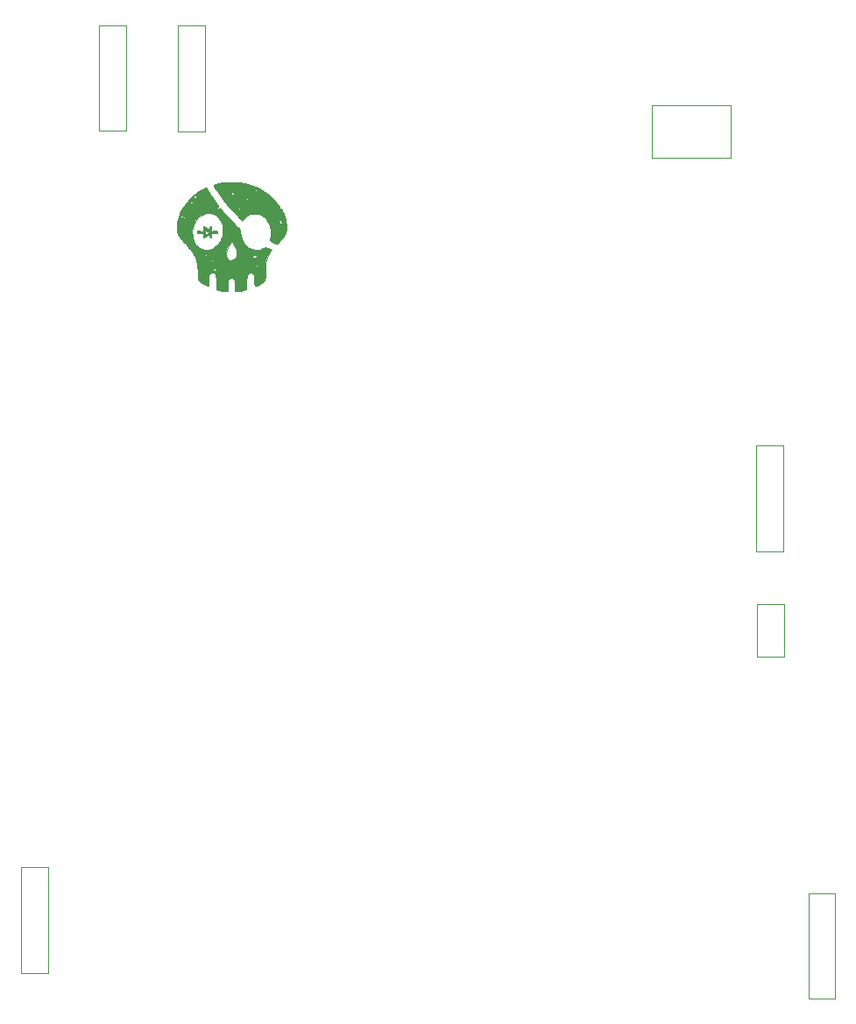
<source format=gbr>
%TF.GenerationSoftware,KiCad,Pcbnew,(6.0.7)*%
%TF.CreationDate,2022-12-29T16:14:02-06:00*%
%TF.ProjectId,DevBoard_Addon,44657642-6f61-4726-945f-4164646f6e2e,0b*%
%TF.SameCoordinates,Original*%
%TF.FileFunction,Legend,Top*%
%TF.FilePolarity,Positive*%
%FSLAX46Y46*%
G04 Gerber Fmt 4.6, Leading zero omitted, Abs format (unit mm)*
G04 Created by KiCad (PCBNEW (6.0.7)) date 2022-12-29 16:14:02*
%MOMM*%
%LPD*%
G01*
G04 APERTURE LIST*
%ADD10C,0.120000*%
%ADD11C,0.150000*%
%ADD12C,0.010000*%
G04 APERTURE END LIST*
D10*
X123680000Y-41320000D02*
X126280000Y-41320000D01*
X126280000Y-41320000D02*
X126280000Y-31100000D01*
X126280000Y-31100000D02*
X123680000Y-31100000D01*
X123680000Y-31100000D02*
X123680000Y-41320000D01*
X177060000Y-38770000D02*
X169430000Y-38770000D01*
X169430000Y-38770000D02*
X169430000Y-43880000D01*
X169430000Y-43880000D02*
X177060000Y-43880000D01*
X177060000Y-43880000D02*
X177060000Y-38770000D01*
X187180000Y-114900000D02*
X184580000Y-114900000D01*
X184580000Y-114900000D02*
X184580000Y-125120000D01*
X184580000Y-125120000D02*
X187180000Y-125120000D01*
X187180000Y-125120000D02*
X187180000Y-114900000D01*
X182150000Y-71690000D02*
X179550000Y-71690000D01*
X179550000Y-71690000D02*
X179550000Y-81910000D01*
X179550000Y-81910000D02*
X182150000Y-81910000D01*
X182150000Y-81910000D02*
X182150000Y-71690000D01*
X182200000Y-92090000D02*
X179600000Y-92090000D01*
X179600000Y-92090000D02*
X179600000Y-87010000D01*
X179600000Y-87010000D02*
X182200000Y-87010000D01*
X182200000Y-87010000D02*
X182200000Y-92090000D01*
X116040000Y-41290000D02*
X118640000Y-41290000D01*
X118640000Y-41290000D02*
X118640000Y-31070000D01*
X118640000Y-31070000D02*
X116040000Y-31070000D01*
X116040000Y-31070000D02*
X116040000Y-41290000D01*
X108490000Y-122610000D02*
X111090000Y-122610000D01*
X111090000Y-122610000D02*
X111090000Y-112390000D01*
X111090000Y-112390000D02*
X108490000Y-112390000D01*
X108490000Y-112390000D02*
X108490000Y-122610000D01*
D11*
%TO.C,*%
%TO.C,G\u002A\u002A\u002A*%
G36*
X132624791Y-50845129D02*
G01*
X132544802Y-50489496D01*
X132521835Y-50434157D01*
X133934486Y-50434157D01*
X133954025Y-50453695D01*
X133973563Y-50434157D01*
X133954025Y-50414618D01*
X133934486Y-50434157D01*
X132521835Y-50434157D01*
X132404241Y-50150824D01*
X132207290Y-49843969D01*
X132094546Y-49716561D01*
X133217286Y-49716561D01*
X133221886Y-49755584D01*
X133269753Y-49841971D01*
X133360083Y-49970374D01*
X133368041Y-49980884D01*
X133484936Y-50117838D01*
X133582494Y-50199438D01*
X133654347Y-50222679D01*
X133685122Y-50193182D01*
X133791204Y-50193182D01*
X133796568Y-50216414D01*
X133817255Y-50219234D01*
X133849420Y-50204936D01*
X133843307Y-50193182D01*
X133796931Y-50188506D01*
X133791204Y-50193182D01*
X133685122Y-50193182D01*
X133694124Y-50184555D01*
X133700025Y-50137574D01*
X133670790Y-50057578D01*
X133601922Y-49973833D01*
X133521674Y-49916832D01*
X133487240Y-49907918D01*
X133437400Y-49882183D01*
X133360521Y-49820091D01*
X133341109Y-49802006D01*
X133256758Y-49730252D01*
X133217286Y-49716561D01*
X132094546Y-49716561D01*
X132059937Y-49677451D01*
X132017502Y-49640132D01*
X133351927Y-49640132D01*
X133379924Y-49667261D01*
X133387409Y-49672157D01*
X133446210Y-49706278D01*
X133464335Y-49696130D01*
X133465563Y-49672157D01*
X133433343Y-49639313D01*
X133397178Y-49633678D01*
X133351927Y-49640132D01*
X132017502Y-49640132D01*
X131921905Y-49556061D01*
X131762115Y-49438552D01*
X131665734Y-49379080D01*
X131560644Y-49324582D01*
X131469368Y-49290172D01*
X131368434Y-49271287D01*
X131234366Y-49263369D01*
X131062332Y-49261849D01*
X130876670Y-49263812D01*
X130746957Y-49272436D01*
X130651030Y-49291827D01*
X130566726Y-49326089D01*
X130491815Y-49367519D01*
X130375648Y-49449684D01*
X130237332Y-49567547D01*
X130104994Y-49696973D01*
X130093339Y-49709442D01*
X129988151Y-49818562D01*
X129900760Y-49900995D01*
X129845998Y-49943018D01*
X129838026Y-49945695D01*
X129796873Y-49918140D01*
X129712461Y-49841679D01*
X129593679Y-49725615D01*
X129449416Y-49579252D01*
X129288560Y-49411896D01*
X129120003Y-49232849D01*
X128952631Y-49051418D01*
X128795336Y-48876905D01*
X128687500Y-48753508D01*
X129471482Y-48753508D01*
X129483491Y-48824251D01*
X129488850Y-48836442D01*
X129523232Y-48895677D01*
X129565146Y-48897518D01*
X129622881Y-48863296D01*
X129685620Y-48814881D01*
X129687307Y-48774501D01*
X129652751Y-48731203D01*
X129589382Y-48684162D01*
X129523622Y-48701349D01*
X129518719Y-48704349D01*
X129471482Y-48753508D01*
X128687500Y-48753508D01*
X128657006Y-48718615D01*
X128623835Y-48679294D01*
X131045708Y-48679294D01*
X131059667Y-48711622D01*
X131104200Y-48751058D01*
X131168010Y-48787249D01*
X131196187Y-48789327D01*
X131182228Y-48757000D01*
X131137695Y-48717563D01*
X131073886Y-48681372D01*
X131045708Y-48679294D01*
X128623835Y-48679294D01*
X128591532Y-48641003D01*
X128540335Y-48578003D01*
X132996640Y-48578003D01*
X133010938Y-48610168D01*
X133022691Y-48604054D01*
X133027368Y-48557679D01*
X133022691Y-48551952D01*
X132999460Y-48557316D01*
X132996640Y-48578003D01*
X128540335Y-48578003D01*
X128429189Y-48441234D01*
X128698178Y-48441234D01*
X128717717Y-48460772D01*
X128737255Y-48441234D01*
X128717717Y-48421695D01*
X128698178Y-48441234D01*
X128429189Y-48441234D01*
X128392504Y-48396092D01*
X128336103Y-48324209D01*
X130822166Y-48324209D01*
X130824376Y-48410317D01*
X130826622Y-48417762D01*
X130866063Y-48488964D01*
X130919298Y-48484543D01*
X130968149Y-48437005D01*
X130997903Y-48381535D01*
X130965220Y-48334567D01*
X130945727Y-48319628D01*
X130867499Y-48289956D01*
X130822166Y-48324209D01*
X128336103Y-48324209D01*
X128305281Y-48284926D01*
X133192025Y-48284926D01*
X133211563Y-48304464D01*
X133231101Y-48284926D01*
X133211563Y-48265388D01*
X133192025Y-48284926D01*
X128305281Y-48284926D01*
X128188916Y-48136620D01*
X128150274Y-48085857D01*
X130546386Y-48085857D01*
X130573871Y-48109080D01*
X130636223Y-48144226D01*
X130644530Y-48130989D01*
X130639647Y-48122105D01*
X131446589Y-48122105D01*
X131451953Y-48145337D01*
X131472640Y-48148157D01*
X131504805Y-48133859D01*
X131498691Y-48122105D01*
X131452316Y-48117429D01*
X131446589Y-48122105D01*
X130639647Y-48122105D01*
X130632486Y-48109080D01*
X130575417Y-48071927D01*
X130561795Y-48070601D01*
X130546386Y-48085857D01*
X128150274Y-48085857D01*
X128017912Y-47911977D01*
X129094518Y-47911977D01*
X129107273Y-47950810D01*
X129156041Y-47974699D01*
X129173206Y-47968537D01*
X129189653Y-47927108D01*
X129171158Y-47902121D01*
X129118622Y-47879738D01*
X129094518Y-47911977D01*
X128017912Y-47911977D01*
X127986607Y-47870854D01*
X127959701Y-47834492D01*
X130231338Y-47834492D01*
X130273596Y-47883950D01*
X130281257Y-47889663D01*
X130357765Y-47922700D01*
X130422756Y-47917593D01*
X130449225Y-47878736D01*
X130446196Y-47862826D01*
X130394900Y-47795193D01*
X130318939Y-47766188D01*
X130254662Y-47787427D01*
X130231338Y-47834492D01*
X127959701Y-47834492D01*
X127847539Y-47682914D01*
X128543766Y-47682914D01*
X128556306Y-47738641D01*
X128595807Y-47779755D01*
X128621646Y-47775924D01*
X128639441Y-47732145D01*
X128616354Y-47694349D01*
X128564667Y-47655710D01*
X128543766Y-47682914D01*
X127847539Y-47682914D01*
X127791412Y-47607063D01*
X127744980Y-47542464D01*
X128502794Y-47542464D01*
X128522332Y-47562003D01*
X128541871Y-47542464D01*
X128522332Y-47522926D01*
X128502794Y-47542464D01*
X127744980Y-47542464D01*
X127701282Y-47481668D01*
X131646160Y-47481668D01*
X131656061Y-47497937D01*
X131712786Y-47521709D01*
X131745044Y-47479883D01*
X131746178Y-47464311D01*
X131726301Y-47412290D01*
X131709408Y-47405695D01*
X131658380Y-47431551D01*
X131646160Y-47481668D01*
X127701282Y-47481668D01*
X127609169Y-47353517D01*
X127595361Y-47333662D01*
X128789389Y-47333662D01*
X128801278Y-47386157D01*
X128856254Y-47436267D01*
X128945231Y-47436552D01*
X129005059Y-47410066D01*
X129037677Y-47366999D01*
X129014874Y-47296105D01*
X129013453Y-47293434D01*
X128946781Y-47224864D01*
X128871408Y-47215619D01*
X128811042Y-47255338D01*
X128789389Y-47333662D01*
X127595361Y-47333662D01*
X127517216Y-47221296D01*
X128063258Y-47221296D01*
X128099337Y-47269031D01*
X128104723Y-47273042D01*
X128174750Y-47301061D01*
X128231980Y-47291587D01*
X128249159Y-47252041D01*
X128242485Y-47235524D01*
X128183269Y-47144770D01*
X128139230Y-47119594D01*
X128096480Y-47153025D01*
X128091447Y-47159725D01*
X128063258Y-47221296D01*
X127517216Y-47221296D01*
X127445715Y-47118485D01*
X127340537Y-46960712D01*
X127812842Y-46960712D01*
X127818948Y-46975849D01*
X127854062Y-47013128D01*
X127860331Y-47014926D01*
X127877115Y-46984692D01*
X127877563Y-46975849D01*
X127863512Y-46958274D01*
X131018692Y-46958274D01*
X131043865Y-47027331D01*
X131064762Y-47051041D01*
X131147695Y-47110479D01*
X131204341Y-47097432D01*
X131230459Y-47026728D01*
X131213287Y-46954623D01*
X131152980Y-46923607D01*
X131058288Y-46919041D01*
X131018692Y-46958274D01*
X127863512Y-46958274D01*
X127847522Y-46938274D01*
X127836180Y-46936772D01*
X127812842Y-46960712D01*
X127340537Y-46960712D01*
X127306886Y-46910235D01*
X127198519Y-46737035D01*
X127126452Y-46607156D01*
X127096520Y-46528866D01*
X127096024Y-46522371D01*
X127099697Y-46491885D01*
X127118224Y-46467144D01*
X127162870Y-46444427D01*
X127244900Y-46420010D01*
X127375578Y-46390173D01*
X127566169Y-46351193D01*
X127686227Y-46327353D01*
X127871983Y-46291620D01*
X128026413Y-46265723D01*
X128167400Y-46248543D01*
X128312826Y-46238956D01*
X128480575Y-46235843D01*
X128688530Y-46238081D01*
X128954575Y-46244550D01*
X128990879Y-46245547D01*
X129300551Y-46255768D01*
X129552162Y-46269319D01*
X129765802Y-46289167D01*
X129961564Y-46318278D01*
X130159539Y-46359617D01*
X130379817Y-46416152D01*
X130632271Y-46487868D01*
X131150993Y-46675381D01*
X131665494Y-46931399D01*
X132160775Y-47247020D01*
X132621836Y-47613340D01*
X132789085Y-47767976D01*
X133050715Y-48029827D01*
X133252706Y-48252161D01*
X133394005Y-48433623D01*
X133473560Y-48572855D01*
X133490321Y-48668500D01*
X133489569Y-48671807D01*
X133482887Y-48760743D01*
X133514050Y-48794772D01*
X133565828Y-48771253D01*
X133600231Y-48767916D01*
X133645712Y-48815311D01*
X133709056Y-48922047D01*
X133755038Y-49011303D01*
X133821896Y-49156176D01*
X133871466Y-49284991D01*
X133894713Y-49373734D01*
X133895409Y-49384330D01*
X133908355Y-49455234D01*
X133931354Y-49476772D01*
X133961392Y-49513167D01*
X133995564Y-49612281D01*
X134030853Y-49759006D01*
X134064239Y-49938235D01*
X134092704Y-50134861D01*
X134113227Y-50333777D01*
X134118767Y-50414618D01*
X134117277Y-50747690D01*
X134074936Y-51042404D01*
X133994094Y-51286624D01*
X133927046Y-51405374D01*
X133863929Y-51486069D01*
X133762552Y-51604317D01*
X133639081Y-51741582D01*
X133556048Y-51830728D01*
X133438625Y-51958456D01*
X133344587Y-52067422D01*
X133285201Y-52144148D01*
X133270178Y-52172652D01*
X133244180Y-52206804D01*
X133164005Y-52198693D01*
X133026380Y-52147430D01*
X132830563Y-52053423D01*
X132677035Y-51972471D01*
X132583617Y-51907474D01*
X132540829Y-51838811D01*
X132539194Y-51746863D01*
X132569233Y-51612008D01*
X132586332Y-51547849D01*
X132616743Y-51352464D01*
X133700025Y-51352464D01*
X133729761Y-51390406D01*
X133739101Y-51391541D01*
X133777043Y-51361805D01*
X133778178Y-51352464D01*
X133748442Y-51314523D01*
X133739101Y-51313388D01*
X133701160Y-51343124D01*
X133700025Y-51352464D01*
X132616743Y-51352464D01*
X132640029Y-51202865D01*
X132624791Y-50845129D01*
G37*
D12*
X132624791Y-50845129D02*
X132544802Y-50489496D01*
X132521835Y-50434157D01*
X133934486Y-50434157D01*
X133954025Y-50453695D01*
X133973563Y-50434157D01*
X133954025Y-50414618D01*
X133934486Y-50434157D01*
X132521835Y-50434157D01*
X132404241Y-50150824D01*
X132207290Y-49843969D01*
X132094546Y-49716561D01*
X133217286Y-49716561D01*
X133221886Y-49755584D01*
X133269753Y-49841971D01*
X133360083Y-49970374D01*
X133368041Y-49980884D01*
X133484936Y-50117838D01*
X133582494Y-50199438D01*
X133654347Y-50222679D01*
X133685122Y-50193182D01*
X133791204Y-50193182D01*
X133796568Y-50216414D01*
X133817255Y-50219234D01*
X133849420Y-50204936D01*
X133843307Y-50193182D01*
X133796931Y-50188506D01*
X133791204Y-50193182D01*
X133685122Y-50193182D01*
X133694124Y-50184555D01*
X133700025Y-50137574D01*
X133670790Y-50057578D01*
X133601922Y-49973833D01*
X133521674Y-49916832D01*
X133487240Y-49907918D01*
X133437400Y-49882183D01*
X133360521Y-49820091D01*
X133341109Y-49802006D01*
X133256758Y-49730252D01*
X133217286Y-49716561D01*
X132094546Y-49716561D01*
X132059937Y-49677451D01*
X132017502Y-49640132D01*
X133351927Y-49640132D01*
X133379924Y-49667261D01*
X133387409Y-49672157D01*
X133446210Y-49706278D01*
X133464335Y-49696130D01*
X133465563Y-49672157D01*
X133433343Y-49639313D01*
X133397178Y-49633678D01*
X133351927Y-49640132D01*
X132017502Y-49640132D01*
X131921905Y-49556061D01*
X131762115Y-49438552D01*
X131665734Y-49379080D01*
X131560644Y-49324582D01*
X131469368Y-49290172D01*
X131368434Y-49271287D01*
X131234366Y-49263369D01*
X131062332Y-49261849D01*
X130876670Y-49263812D01*
X130746957Y-49272436D01*
X130651030Y-49291827D01*
X130566726Y-49326089D01*
X130491815Y-49367519D01*
X130375648Y-49449684D01*
X130237332Y-49567547D01*
X130104994Y-49696973D01*
X130093339Y-49709442D01*
X129988151Y-49818562D01*
X129900760Y-49900995D01*
X129845998Y-49943018D01*
X129838026Y-49945695D01*
X129796873Y-49918140D01*
X129712461Y-49841679D01*
X129593679Y-49725615D01*
X129449416Y-49579252D01*
X129288560Y-49411896D01*
X129120003Y-49232849D01*
X128952631Y-49051418D01*
X128795336Y-48876905D01*
X128687500Y-48753508D01*
X129471482Y-48753508D01*
X129483491Y-48824251D01*
X129488850Y-48836442D01*
X129523232Y-48895677D01*
X129565146Y-48897518D01*
X129622881Y-48863296D01*
X129685620Y-48814881D01*
X129687307Y-48774501D01*
X129652751Y-48731203D01*
X129589382Y-48684162D01*
X129523622Y-48701349D01*
X129518719Y-48704349D01*
X129471482Y-48753508D01*
X128687500Y-48753508D01*
X128657006Y-48718615D01*
X128623835Y-48679294D01*
X131045708Y-48679294D01*
X131059667Y-48711622D01*
X131104200Y-48751058D01*
X131168010Y-48787249D01*
X131196187Y-48789327D01*
X131182228Y-48757000D01*
X131137695Y-48717563D01*
X131073886Y-48681372D01*
X131045708Y-48679294D01*
X128623835Y-48679294D01*
X128591532Y-48641003D01*
X128540335Y-48578003D01*
X132996640Y-48578003D01*
X133010938Y-48610168D01*
X133022691Y-48604054D01*
X133027368Y-48557679D01*
X133022691Y-48551952D01*
X132999460Y-48557316D01*
X132996640Y-48578003D01*
X128540335Y-48578003D01*
X128429189Y-48441234D01*
X128698178Y-48441234D01*
X128717717Y-48460772D01*
X128737255Y-48441234D01*
X128717717Y-48421695D01*
X128698178Y-48441234D01*
X128429189Y-48441234D01*
X128392504Y-48396092D01*
X128336103Y-48324209D01*
X130822166Y-48324209D01*
X130824376Y-48410317D01*
X130826622Y-48417762D01*
X130866063Y-48488964D01*
X130919298Y-48484543D01*
X130968149Y-48437005D01*
X130997903Y-48381535D01*
X130965220Y-48334567D01*
X130945727Y-48319628D01*
X130867499Y-48289956D01*
X130822166Y-48324209D01*
X128336103Y-48324209D01*
X128305281Y-48284926D01*
X133192025Y-48284926D01*
X133211563Y-48304464D01*
X133231101Y-48284926D01*
X133211563Y-48265388D01*
X133192025Y-48284926D01*
X128305281Y-48284926D01*
X128188916Y-48136620D01*
X128150274Y-48085857D01*
X130546386Y-48085857D01*
X130573871Y-48109080D01*
X130636223Y-48144226D01*
X130644530Y-48130989D01*
X130639647Y-48122105D01*
X131446589Y-48122105D01*
X131451953Y-48145337D01*
X131472640Y-48148157D01*
X131504805Y-48133859D01*
X131498691Y-48122105D01*
X131452316Y-48117429D01*
X131446589Y-48122105D01*
X130639647Y-48122105D01*
X130632486Y-48109080D01*
X130575417Y-48071927D01*
X130561795Y-48070601D01*
X130546386Y-48085857D01*
X128150274Y-48085857D01*
X128017912Y-47911977D01*
X129094518Y-47911977D01*
X129107273Y-47950810D01*
X129156041Y-47974699D01*
X129173206Y-47968537D01*
X129189653Y-47927108D01*
X129171158Y-47902121D01*
X129118622Y-47879738D01*
X129094518Y-47911977D01*
X128017912Y-47911977D01*
X127986607Y-47870854D01*
X127959701Y-47834492D01*
X130231338Y-47834492D01*
X130273596Y-47883950D01*
X130281257Y-47889663D01*
X130357765Y-47922700D01*
X130422756Y-47917593D01*
X130449225Y-47878736D01*
X130446196Y-47862826D01*
X130394900Y-47795193D01*
X130318939Y-47766188D01*
X130254662Y-47787427D01*
X130231338Y-47834492D01*
X127959701Y-47834492D01*
X127847539Y-47682914D01*
X128543766Y-47682914D01*
X128556306Y-47738641D01*
X128595807Y-47779755D01*
X128621646Y-47775924D01*
X128639441Y-47732145D01*
X128616354Y-47694349D01*
X128564667Y-47655710D01*
X128543766Y-47682914D01*
X127847539Y-47682914D01*
X127791412Y-47607063D01*
X127744980Y-47542464D01*
X128502794Y-47542464D01*
X128522332Y-47562003D01*
X128541871Y-47542464D01*
X128522332Y-47522926D01*
X128502794Y-47542464D01*
X127744980Y-47542464D01*
X127701282Y-47481668D01*
X131646160Y-47481668D01*
X131656061Y-47497937D01*
X131712786Y-47521709D01*
X131745044Y-47479883D01*
X131746178Y-47464311D01*
X131726301Y-47412290D01*
X131709408Y-47405695D01*
X131658380Y-47431551D01*
X131646160Y-47481668D01*
X127701282Y-47481668D01*
X127609169Y-47353517D01*
X127595361Y-47333662D01*
X128789389Y-47333662D01*
X128801278Y-47386157D01*
X128856254Y-47436267D01*
X128945231Y-47436552D01*
X129005059Y-47410066D01*
X129037677Y-47366999D01*
X129014874Y-47296105D01*
X129013453Y-47293434D01*
X128946781Y-47224864D01*
X128871408Y-47215619D01*
X128811042Y-47255338D01*
X128789389Y-47333662D01*
X127595361Y-47333662D01*
X127517216Y-47221296D01*
X128063258Y-47221296D01*
X128099337Y-47269031D01*
X128104723Y-47273042D01*
X128174750Y-47301061D01*
X128231980Y-47291587D01*
X128249159Y-47252041D01*
X128242485Y-47235524D01*
X128183269Y-47144770D01*
X128139230Y-47119594D01*
X128096480Y-47153025D01*
X128091447Y-47159725D01*
X128063258Y-47221296D01*
X127517216Y-47221296D01*
X127445715Y-47118485D01*
X127340537Y-46960712D01*
X127812842Y-46960712D01*
X127818948Y-46975849D01*
X127854062Y-47013128D01*
X127860331Y-47014926D01*
X127877115Y-46984692D01*
X127877563Y-46975849D01*
X127863512Y-46958274D01*
X131018692Y-46958274D01*
X131043865Y-47027331D01*
X131064762Y-47051041D01*
X131147695Y-47110479D01*
X131204341Y-47097432D01*
X131230459Y-47026728D01*
X131213287Y-46954623D01*
X131152980Y-46923607D01*
X131058288Y-46919041D01*
X131018692Y-46958274D01*
X127863512Y-46958274D01*
X127847522Y-46938274D01*
X127836180Y-46936772D01*
X127812842Y-46960712D01*
X127340537Y-46960712D01*
X127306886Y-46910235D01*
X127198519Y-46737035D01*
X127126452Y-46607156D01*
X127096520Y-46528866D01*
X127096024Y-46522371D01*
X127099697Y-46491885D01*
X127118224Y-46467144D01*
X127162870Y-46444427D01*
X127244900Y-46420010D01*
X127375578Y-46390173D01*
X127566169Y-46351193D01*
X127686227Y-46327353D01*
X127871983Y-46291620D01*
X128026413Y-46265723D01*
X128167400Y-46248543D01*
X128312826Y-46238956D01*
X128480575Y-46235843D01*
X128688530Y-46238081D01*
X128954575Y-46244550D01*
X128990879Y-46245547D01*
X129300551Y-46255768D01*
X129552162Y-46269319D01*
X129765802Y-46289167D01*
X129961564Y-46318278D01*
X130159539Y-46359617D01*
X130379817Y-46416152D01*
X130632271Y-46487868D01*
X131150993Y-46675381D01*
X131665494Y-46931399D01*
X132160775Y-47247020D01*
X132621836Y-47613340D01*
X132789085Y-47767976D01*
X133050715Y-48029827D01*
X133252706Y-48252161D01*
X133394005Y-48433623D01*
X133473560Y-48572855D01*
X133490321Y-48668500D01*
X133489569Y-48671807D01*
X133482887Y-48760743D01*
X133514050Y-48794772D01*
X133565828Y-48771253D01*
X133600231Y-48767916D01*
X133645712Y-48815311D01*
X133709056Y-48922047D01*
X133755038Y-49011303D01*
X133821896Y-49156176D01*
X133871466Y-49284991D01*
X133894713Y-49373734D01*
X133895409Y-49384330D01*
X133908355Y-49455234D01*
X133931354Y-49476772D01*
X133961392Y-49513167D01*
X133995564Y-49612281D01*
X134030853Y-49759006D01*
X134064239Y-49938235D01*
X134092704Y-50134861D01*
X134113227Y-50333777D01*
X134118767Y-50414618D01*
X134117277Y-50747690D01*
X134074936Y-51042404D01*
X133994094Y-51286624D01*
X133927046Y-51405374D01*
X133863929Y-51486069D01*
X133762552Y-51604317D01*
X133639081Y-51741582D01*
X133556048Y-51830728D01*
X133438625Y-51958456D01*
X133344587Y-52067422D01*
X133285201Y-52144148D01*
X133270178Y-52172652D01*
X133244180Y-52206804D01*
X133164005Y-52198693D01*
X133026380Y-52147430D01*
X132830563Y-52053423D01*
X132677035Y-51972471D01*
X132583617Y-51907474D01*
X132540829Y-51838811D01*
X132539194Y-51746863D01*
X132569233Y-51612008D01*
X132586332Y-51547849D01*
X132616743Y-51352464D01*
X133700025Y-51352464D01*
X133729761Y-51390406D01*
X133739101Y-51391541D01*
X133777043Y-51361805D01*
X133778178Y-51352464D01*
X133748442Y-51314523D01*
X133739101Y-51313388D01*
X133701160Y-51343124D01*
X133700025Y-51352464D01*
X132616743Y-51352464D01*
X132640029Y-51202865D01*
X132624791Y-50845129D01*
G36*
X125513409Y-50942157D02*
G01*
X126080025Y-50970019D01*
X126080025Y-50749708D01*
X126087797Y-50608482D01*
X126116746Y-50529585D01*
X126175318Y-50511078D01*
X126271961Y-50551019D01*
X126415121Y-50647468D01*
X126441181Y-50666727D01*
X126685717Y-50848810D01*
X126705255Y-50680560D01*
X126725083Y-50571817D01*
X126758325Y-50522199D01*
X126802948Y-50512311D01*
X126847611Y-50522172D01*
X126873415Y-50563631D01*
X126887326Y-50654496D01*
X126892983Y-50742456D01*
X126904865Y-50972602D01*
X127153445Y-50949389D01*
X127300445Y-50940250D01*
X127390351Y-50948458D01*
X127442786Y-50976437D01*
X127451912Y-50986288D01*
X127480711Y-51060753D01*
X127460482Y-51111509D01*
X127421912Y-51147163D01*
X127351969Y-51164244D01*
X127231702Y-51165990D01*
X127159902Y-51162838D01*
X126900640Y-51149058D01*
X126900640Y-51343669D01*
X126887583Y-51486264D01*
X126852309Y-51576637D01*
X126800659Y-51605618D01*
X126751218Y-51578181D01*
X126719117Y-51509200D01*
X126705268Y-51406322D01*
X126705255Y-51403264D01*
X126700094Y-51315960D01*
X126687499Y-51274788D01*
X126685827Y-51274311D01*
X126647292Y-51295841D01*
X126563056Y-51352795D01*
X126449949Y-51433714D01*
X126427528Y-51450157D01*
X126294674Y-51546075D01*
X126209135Y-51600797D01*
X126156487Y-51621046D01*
X126122303Y-51613543D01*
X126106076Y-51599952D01*
X126091549Y-51549167D01*
X126082092Y-51446537D01*
X126080025Y-51361932D01*
X126080025Y-51149963D01*
X125835794Y-51158016D01*
X125670308Y-51162709D01*
X125568434Y-51160327D01*
X125515666Y-51146172D01*
X125497500Y-51115548D01*
X125499428Y-51063757D01*
X125500033Y-51058456D01*
X126275409Y-51058456D01*
X126278191Y-51198925D01*
X126294453Y-51272263D01*
X126336072Y-51282721D01*
X126414925Y-51234552D01*
X126524034Y-51147463D01*
X126635890Y-51055829D01*
X126504496Y-50957147D01*
X126386280Y-50870114D01*
X126317860Y-50834801D01*
X126285631Y-50857222D01*
X126275994Y-50943394D01*
X126275409Y-51058456D01*
X125500033Y-51058456D01*
X125501044Y-51049618D01*
X125513409Y-50942157D01*
G37*
X125513409Y-50942157D02*
X126080025Y-50970019D01*
X126080025Y-50749708D01*
X126087797Y-50608482D01*
X126116746Y-50529585D01*
X126175318Y-50511078D01*
X126271961Y-50551019D01*
X126415121Y-50647468D01*
X126441181Y-50666727D01*
X126685717Y-50848810D01*
X126705255Y-50680560D01*
X126725083Y-50571817D01*
X126758325Y-50522199D01*
X126802948Y-50512311D01*
X126847611Y-50522172D01*
X126873415Y-50563631D01*
X126887326Y-50654496D01*
X126892983Y-50742456D01*
X126904865Y-50972602D01*
X127153445Y-50949389D01*
X127300445Y-50940250D01*
X127390351Y-50948458D01*
X127442786Y-50976437D01*
X127451912Y-50986288D01*
X127480711Y-51060753D01*
X127460482Y-51111509D01*
X127421912Y-51147163D01*
X127351969Y-51164244D01*
X127231702Y-51165990D01*
X127159902Y-51162838D01*
X126900640Y-51149058D01*
X126900640Y-51343669D01*
X126887583Y-51486264D01*
X126852309Y-51576637D01*
X126800659Y-51605618D01*
X126751218Y-51578181D01*
X126719117Y-51509200D01*
X126705268Y-51406322D01*
X126705255Y-51403264D01*
X126700094Y-51315960D01*
X126687499Y-51274788D01*
X126685827Y-51274311D01*
X126647292Y-51295841D01*
X126563056Y-51352795D01*
X126449949Y-51433714D01*
X126427528Y-51450157D01*
X126294674Y-51546075D01*
X126209135Y-51600797D01*
X126156487Y-51621046D01*
X126122303Y-51613543D01*
X126106076Y-51599952D01*
X126091549Y-51549167D01*
X126082092Y-51446537D01*
X126080025Y-51361932D01*
X126080025Y-51149963D01*
X125835794Y-51158016D01*
X125670308Y-51162709D01*
X125568434Y-51160327D01*
X125515666Y-51146172D01*
X125497500Y-51115548D01*
X125499428Y-51063757D01*
X125500033Y-51058456D01*
X126275409Y-51058456D01*
X126278191Y-51198925D01*
X126294453Y-51272263D01*
X126336072Y-51282721D01*
X126414925Y-51234552D01*
X126524034Y-51147463D01*
X126635890Y-51055829D01*
X126504496Y-50957147D01*
X126386280Y-50870114D01*
X126317860Y-50834801D01*
X126285631Y-50857222D01*
X126275994Y-50943394D01*
X126275409Y-51058456D01*
X125500033Y-51058456D01*
X125501044Y-51049618D01*
X125513409Y-50942157D01*
G36*
X130548958Y-55014926D02*
G01*
X130422706Y-55096181D01*
X130351919Y-55190093D01*
X130325260Y-55250919D01*
X130306188Y-55327811D01*
X130293496Y-55434053D01*
X130285977Y-55582925D01*
X130282425Y-55787712D01*
X130281663Y-55963541D01*
X130280794Y-56608311D01*
X129890025Y-56696431D01*
X129705870Y-56733499D01*
X129532349Y-56760649D01*
X129394877Y-56774250D01*
X129342948Y-56774585D01*
X129186640Y-56764618D01*
X129185439Y-56274900D01*
X129183227Y-56061143D01*
X129176383Y-55908746D01*
X129162756Y-55800956D01*
X129140196Y-55721016D01*
X129106553Y-55652175D01*
X129105221Y-55649884D01*
X128998731Y-55527634D01*
X128868924Y-55466220D01*
X128733731Y-55467232D01*
X128611083Y-55532258D01*
X128552134Y-55600883D01*
X128522606Y-55660768D01*
X128501279Y-55745320D01*
X128486379Y-55868427D01*
X128476129Y-56043973D01*
X128469739Y-56245031D01*
X128456222Y-56784157D01*
X128293893Y-56781050D01*
X128162716Y-56770451D01*
X128000106Y-56746566D01*
X127897101Y-56726487D01*
X127743869Y-56691889D01*
X127599204Y-56657646D01*
X127525871Y-56639285D01*
X127389101Y-56603539D01*
X127366296Y-55958259D01*
X127355671Y-55701720D01*
X127343425Y-55509738D01*
X127327893Y-55368719D01*
X127307414Y-55265066D01*
X127280323Y-55185184D01*
X127268603Y-55159568D01*
X127212178Y-55061080D01*
X127149855Y-55013910D01*
X127049392Y-54995794D01*
X127029133Y-54994214D01*
X126880450Y-54997605D01*
X126767470Y-55037281D01*
X126685995Y-55120934D01*
X126631826Y-55256255D01*
X126600764Y-55450937D01*
X126588611Y-55712672D01*
X126588025Y-55802403D01*
X126588025Y-56274222D01*
X126480563Y-56233701D01*
X126354284Y-56177666D01*
X126202314Y-56097716D01*
X126040001Y-56003549D01*
X125882689Y-55904864D01*
X125745726Y-55811359D01*
X125644457Y-55732732D01*
X125594229Y-55678680D01*
X125591720Y-55671981D01*
X125585534Y-55608278D01*
X125578694Y-55480691D01*
X125571768Y-55303480D01*
X125565323Y-55090906D01*
X125560862Y-54901588D01*
X127506696Y-54901588D01*
X127518508Y-54939289D01*
X127572684Y-55010707D01*
X127611003Y-55052434D01*
X127712774Y-55146687D01*
X127776909Y-55181908D01*
X127799408Y-55155909D01*
X127799409Y-55155470D01*
X127773432Y-55112859D01*
X127709945Y-55047213D01*
X127630614Y-54977324D01*
X127557106Y-54921984D01*
X127511085Y-54899985D01*
X127506696Y-54901588D01*
X125560862Y-54901588D01*
X125560667Y-54893327D01*
X130470072Y-54893327D01*
X130476178Y-54908464D01*
X130511293Y-54945743D01*
X130517561Y-54947541D01*
X130534346Y-54917308D01*
X130534794Y-54908464D01*
X130504753Y-54870889D01*
X130493411Y-54869388D01*
X130470072Y-54893327D01*
X125560667Y-54893327D01*
X125560563Y-54888926D01*
X125554832Y-54635627D01*
X125553576Y-54600696D01*
X126986101Y-54600696D01*
X127019421Y-54664492D01*
X127105794Y-54751562D01*
X127193100Y-54828420D01*
X127244973Y-54860912D01*
X127282974Y-54858150D01*
X127313798Y-54839481D01*
X127336062Y-54813214D01*
X127571805Y-54813214D01*
X127585717Y-54827651D01*
X127611488Y-54829068D01*
X127683056Y-54808313D01*
X127703324Y-54788634D01*
X127718070Y-54738464D01*
X127681624Y-54735027D01*
X127620710Y-54770856D01*
X127571805Y-54813214D01*
X127336062Y-54813214D01*
X127378149Y-54763560D01*
X127376376Y-54683228D01*
X127352603Y-54654464D01*
X130534794Y-54654464D01*
X130554332Y-54674003D01*
X130573871Y-54654464D01*
X130554332Y-54634926D01*
X130534794Y-54654464D01*
X127352603Y-54654464D01*
X127318218Y-54612862D01*
X127213415Y-54566836D01*
X127122255Y-54556772D01*
X127020212Y-54566765D01*
X126986101Y-54600696D01*
X125553576Y-54600696D01*
X125547899Y-54442955D01*
X125546833Y-54427852D01*
X131124778Y-54427852D01*
X131142769Y-54439123D01*
X131160025Y-54439541D01*
X131197966Y-54409805D01*
X131199101Y-54400464D01*
X131231830Y-54368715D01*
X131277255Y-54361388D01*
X131340897Y-54337340D01*
X131350072Y-54282256D01*
X131304179Y-54221727D01*
X131280881Y-54207020D01*
X131225834Y-54190602D01*
X131188997Y-54226685D01*
X131163650Y-54289630D01*
X131131568Y-54385064D01*
X131124778Y-54427852D01*
X125546833Y-54427852D01*
X125540759Y-54341849D01*
X126627101Y-54341849D01*
X126646640Y-54361388D01*
X126666178Y-54341849D01*
X126646640Y-54322311D01*
X126627101Y-54341849D01*
X125540759Y-54341849D01*
X125537336Y-54293393D01*
X125520715Y-54169425D01*
X125495611Y-54053532D01*
X125466171Y-53951080D01*
X126119101Y-53951080D01*
X126138640Y-53970618D01*
X126158178Y-53951080D01*
X131120948Y-53951080D01*
X131140486Y-53970618D01*
X131160025Y-53951080D01*
X131140486Y-53931541D01*
X131120948Y-53951080D01*
X126158178Y-53951080D01*
X126138640Y-53931541D01*
X126119101Y-53951080D01*
X125466171Y-53951080D01*
X125459595Y-53928198D01*
X125441683Y-53872926D01*
X126236332Y-53872926D01*
X126255871Y-53892464D01*
X126258177Y-53890158D01*
X127604025Y-53890158D01*
X127632391Y-53929951D01*
X127643101Y-53931541D01*
X127681162Y-53918209D01*
X127682178Y-53914309D01*
X127654796Y-53880946D01*
X127643101Y-53872926D01*
X127607093Y-53876024D01*
X127604025Y-53890158D01*
X126258177Y-53890158D01*
X126275409Y-53872926D01*
X126255871Y-53853388D01*
X126236332Y-53872926D01*
X125441683Y-53872926D01*
X125410240Y-53775906D01*
X125410018Y-53775234D01*
X126080025Y-53775234D01*
X126094322Y-53807398D01*
X126106076Y-53801285D01*
X126108223Y-53779988D01*
X126882213Y-53779988D01*
X126888507Y-53811212D01*
X126929432Y-53864470D01*
X126996252Y-53885846D01*
X127059153Y-53874701D01*
X127088322Y-53830400D01*
X127087126Y-53815457D01*
X127044235Y-53767106D01*
X126971747Y-53743625D01*
X126898449Y-53743985D01*
X126882213Y-53779988D01*
X126108223Y-53779988D01*
X126110753Y-53754910D01*
X126106076Y-53749182D01*
X126082845Y-53754546D01*
X126080025Y-53775234D01*
X125410018Y-53775234D01*
X125403541Y-53755695D01*
X125307590Y-53493516D01*
X125229475Y-53325276D01*
X126206817Y-53325276D01*
X126214587Y-53370178D01*
X126285178Y-53393547D01*
X126372926Y-53379252D01*
X126445892Y-53324596D01*
X126451435Y-53311095D01*
X127330486Y-53311095D01*
X127356695Y-53343281D01*
X127410906Y-53337301D01*
X127456493Y-53298936D01*
X127460382Y-53290592D01*
X127466277Y-53228207D01*
X127461399Y-53218665D01*
X128311984Y-53218665D01*
X128340387Y-53392329D01*
X128385778Y-53502117D01*
X128501942Y-53657507D01*
X128650850Y-53749825D01*
X128817643Y-53775985D01*
X128987459Y-53732906D01*
X129109122Y-53652202D01*
X129237375Y-53523549D01*
X129248891Y-53505423D01*
X130868302Y-53505423D01*
X130872386Y-53543305D01*
X130917472Y-53552615D01*
X131012267Y-53539209D01*
X131134469Y-53500864D01*
X131234665Y-53443134D01*
X131247447Y-53431641D01*
X131326457Y-53352630D01*
X131201186Y-53287850D01*
X131111167Y-53247766D01*
X131049108Y-53248081D01*
X130981201Y-53285130D01*
X130911369Y-53345392D01*
X130883496Y-53395134D01*
X130873483Y-53476160D01*
X130868302Y-53505423D01*
X129248891Y-53505423D01*
X129318568Y-53395762D01*
X129353993Y-53255164D01*
X129349356Y-53169541D01*
X131160025Y-53169541D01*
X131179563Y-53189080D01*
X131199101Y-53169541D01*
X131179563Y-53150003D01*
X131160025Y-53169541D01*
X129349356Y-53169541D01*
X129344943Y-53088077D01*
X129292710Y-52880826D01*
X129205074Y-52636355D01*
X129117085Y-52412809D01*
X129050446Y-52252018D01*
X128999529Y-52143387D01*
X128958707Y-52076321D01*
X128922353Y-52040224D01*
X128884841Y-52024501D01*
X128879543Y-52023393D01*
X128791028Y-52039063D01*
X128699770Y-52121663D01*
X128604045Y-52273899D01*
X128502129Y-52498474D01*
X128399861Y-52775847D01*
X128331696Y-53019015D01*
X128311984Y-53218665D01*
X127461399Y-53218665D01*
X127458389Y-53212778D01*
X127415311Y-53214093D01*
X127361537Y-53253505D01*
X127330984Y-53304943D01*
X127330486Y-53311095D01*
X126451435Y-53311095D01*
X126470794Y-53263946D01*
X126440210Y-53221745D01*
X126369964Y-53211920D01*
X126292310Y-53236259D01*
X126269758Y-53252809D01*
X126206817Y-53325276D01*
X125229475Y-53325276D01*
X125200689Y-53263281D01*
X125070942Y-53045375D01*
X125062492Y-53033806D01*
X127101496Y-53033806D01*
X127104024Y-53047410D01*
X127130117Y-53081618D01*
X127189663Y-53136482D01*
X127224553Y-53150003D01*
X127252091Y-53142322D01*
X127249076Y-53138945D01*
X127208363Y-53109762D01*
X127154640Y-53070561D01*
X127101496Y-53033806D01*
X125062492Y-53033806D01*
X124976109Y-52915541D01*
X125259409Y-52915541D01*
X125273707Y-52947706D01*
X125285460Y-52941593D01*
X125290137Y-52895217D01*
X125285460Y-52889490D01*
X125262229Y-52894854D01*
X125259409Y-52915541D01*
X124976109Y-52915541D01*
X124906456Y-52820181D01*
X124875513Y-52783232D01*
X127647824Y-52783232D01*
X127657481Y-52837184D01*
X127668090Y-52849351D01*
X127716802Y-52857254D01*
X127756298Y-52817647D01*
X127760332Y-52796004D01*
X127728647Y-52763371D01*
X127701717Y-52759234D01*
X127647824Y-52783232D01*
X124875513Y-52783232D01*
X124695335Y-52568082D01*
X124657172Y-52524772D01*
X124790486Y-52524772D01*
X124822137Y-52559440D01*
X124849101Y-52563849D01*
X124901104Y-52542749D01*
X124907717Y-52524772D01*
X124876066Y-52490104D01*
X124849101Y-52485695D01*
X124797099Y-52506796D01*
X124790486Y-52524772D01*
X124657172Y-52524772D01*
X124390555Y-52223512D01*
X124171012Y-51972709D01*
X124143147Y-51939881D01*
X124485391Y-51939881D01*
X124528234Y-51963112D01*
X124589054Y-51959222D01*
X124680018Y-51956715D01*
X124733219Y-51979882D01*
X124733393Y-51980159D01*
X124764171Y-52014181D01*
X124769490Y-51977567D01*
X124749393Y-51873559D01*
X124741048Y-51840926D01*
X124829563Y-51840926D01*
X124849101Y-51860464D01*
X124868640Y-51840926D01*
X124849101Y-51821388D01*
X124829563Y-51840926D01*
X124741048Y-51840926D01*
X124731053Y-51801849D01*
X124706152Y-51721389D01*
X124790486Y-51721389D01*
X124810888Y-51774855D01*
X124829563Y-51782311D01*
X124867521Y-51754264D01*
X124868640Y-51745540D01*
X124840235Y-51692617D01*
X124829563Y-51684618D01*
X124796109Y-51693477D01*
X124790486Y-51721389D01*
X124706152Y-51721389D01*
X124700329Y-51702576D01*
X124681419Y-51675274D01*
X124675893Y-51704660D01*
X124639356Y-51803091D01*
X124587860Y-51841429D01*
X124505216Y-51894315D01*
X124485391Y-51939881D01*
X124143147Y-51939881D01*
X123993983Y-51764155D01*
X123894272Y-51639029D01*
X124373666Y-51639029D01*
X124379030Y-51662260D01*
X124399717Y-51665080D01*
X124431882Y-51650782D01*
X124425768Y-51639029D01*
X124379393Y-51634352D01*
X124373666Y-51639029D01*
X123894272Y-51639029D01*
X123854911Y-51589637D01*
X123811328Y-51528311D01*
X124634178Y-51528311D01*
X124653717Y-51547849D01*
X124673255Y-51528311D01*
X124653717Y-51508772D01*
X124634178Y-51528311D01*
X123811328Y-51528311D01*
X123749237Y-51440945D01*
X123672400Y-51309868D01*
X123619843Y-51188195D01*
X123587007Y-51067715D01*
X123586105Y-51061208D01*
X125027135Y-51061208D01*
X125058569Y-51454553D01*
X125083974Y-51578387D01*
X125169142Y-51856418D01*
X125289327Y-52089868D01*
X125461375Y-52310169D01*
X125496514Y-52348066D01*
X125747005Y-52564732D01*
X126016676Y-52705653D01*
X126304873Y-52770680D01*
X126610940Y-52759665D01*
X126928281Y-52674692D01*
X127157072Y-52553061D01*
X127356394Y-52388003D01*
X127916640Y-52388003D01*
X127936178Y-52407541D01*
X127955717Y-52388003D01*
X127936178Y-52368464D01*
X127916640Y-52388003D01*
X127356394Y-52388003D01*
X127380366Y-52368152D01*
X127586101Y-52134568D01*
X127762217Y-51866908D01*
X127896656Y-51579774D01*
X127939749Y-51450157D01*
X127999557Y-51129410D01*
X128005883Y-50787290D01*
X127961493Y-50445859D01*
X127869159Y-50127174D01*
X127741144Y-49868097D01*
X127536945Y-49609943D01*
X127296901Y-49416526D01*
X127030188Y-49288696D01*
X126745981Y-49227304D01*
X126453454Y-49233203D01*
X126161782Y-49307243D01*
X125880140Y-49450275D01*
X125617703Y-49663150D01*
X125610416Y-49670429D01*
X125363320Y-49972337D01*
X125182049Y-50310901D01*
X125069141Y-50676924D01*
X125027135Y-51061208D01*
X123586105Y-51061208D01*
X123569332Y-50940217D01*
X123564463Y-50841920D01*
X123901298Y-50841920D01*
X123906643Y-50844464D01*
X123942304Y-50816955D01*
X123949061Y-50807219D01*
X124651953Y-50807219D01*
X124656116Y-50893366D01*
X124672125Y-50969373D01*
X124694960Y-51000772D01*
X124701866Y-50966113D01*
X124703021Y-50879537D01*
X124701964Y-50844611D01*
X124691964Y-50750515D01*
X124672655Y-50733367D01*
X124663842Y-50745441D01*
X124651953Y-50807219D01*
X123949061Y-50807219D01*
X123950332Y-50805388D01*
X123960290Y-50768855D01*
X123954945Y-50766311D01*
X123919284Y-50793820D01*
X123911255Y-50805388D01*
X123901298Y-50841920D01*
X123564463Y-50841920D01*
X123562261Y-50797490D01*
X123561234Y-50631323D01*
X123561512Y-50551388D01*
X123563315Y-50328833D01*
X123566449Y-50238772D01*
X124126178Y-50238772D01*
X124145717Y-50258311D01*
X124165255Y-50238772D01*
X124145717Y-50219234D01*
X124204332Y-50219234D01*
X124235983Y-50253902D01*
X124262948Y-50258311D01*
X124314950Y-50237210D01*
X124321563Y-50219234D01*
X124298481Y-50193950D01*
X124933080Y-50193950D01*
X124950791Y-50249930D01*
X124958402Y-50262496D01*
X124996513Y-50314984D01*
X125021609Y-50299261D01*
X125040855Y-50258646D01*
X125061070Y-50188038D01*
X125056218Y-50159324D01*
X125007609Y-50153924D01*
X124973764Y-50163174D01*
X124933080Y-50193950D01*
X124298481Y-50193950D01*
X124289912Y-50184565D01*
X124262948Y-50180157D01*
X124210945Y-50201257D01*
X124204332Y-50219234D01*
X124145717Y-50219234D01*
X124126178Y-50238772D01*
X123566449Y-50238772D01*
X123569117Y-50162108D01*
X123571191Y-50141080D01*
X124673255Y-50141080D01*
X124701302Y-50179038D01*
X124710026Y-50180157D01*
X124762949Y-50151752D01*
X124770948Y-50141080D01*
X124762089Y-50107626D01*
X124734177Y-50102003D01*
X124680711Y-50122405D01*
X124673255Y-50141080D01*
X123571191Y-50141080D01*
X123582260Y-50028895D01*
X123606089Y-49906871D01*
X123643947Y-49773717D01*
X123699178Y-49607112D01*
X123705939Y-49587302D01*
X123708427Y-49580395D01*
X123891717Y-49580395D01*
X123912767Y-49623191D01*
X123986432Y-49623993D01*
X123996302Y-49622198D01*
X124101506Y-49626715D01*
X124155401Y-49656720D01*
X124234123Y-49707851D01*
X124293676Y-49683740D01*
X124303082Y-49670445D01*
X124303566Y-49609842D01*
X124258843Y-49554616D01*
X124197131Y-49536932D01*
X124188197Y-49539489D01*
X124125504Y-49528997D01*
X124089259Y-49498910D01*
X124088651Y-49498617D01*
X124634178Y-49498617D01*
X124641596Y-49546170D01*
X124680406Y-49548198D01*
X124729672Y-49530824D01*
X124770271Y-49497725D01*
X124747979Y-49453100D01*
X124687837Y-49418614D01*
X124643088Y-49451497D01*
X124634178Y-49498617D01*
X124088651Y-49498617D01*
X124021669Y-49466367D01*
X123946655Y-49487246D01*
X123897071Y-49547996D01*
X123891717Y-49580395D01*
X123708427Y-49580395D01*
X123778327Y-49386355D01*
X123857869Y-49182938D01*
X123926669Y-49020875D01*
X125077050Y-49020875D01*
X125082414Y-49044106D01*
X125103101Y-49046926D01*
X125135266Y-49032628D01*
X125129153Y-49020875D01*
X125082778Y-49016198D01*
X125077050Y-49020875D01*
X123926669Y-49020875D01*
X123932817Y-49006393D01*
X123971974Y-48922994D01*
X124036555Y-48812464D01*
X127252332Y-48812464D01*
X127266630Y-48844629D01*
X127278383Y-48838516D01*
X127283060Y-48792141D01*
X127278383Y-48786413D01*
X127255152Y-48791777D01*
X127252332Y-48812464D01*
X124036555Y-48812464D01*
X124143015Y-48630261D01*
X124282849Y-48437266D01*
X124751409Y-48437266D01*
X124786089Y-48440890D01*
X124872543Y-48442879D01*
X124905131Y-48443010D01*
X125001442Y-48437194D01*
X125030490Y-48416921D01*
X125019505Y-48395598D01*
X124956372Y-48364254D01*
X124928351Y-48368067D01*
X124866238Y-48361684D01*
X124850577Y-48345929D01*
X124848583Y-48300281D01*
X124897975Y-48280254D01*
X124975315Y-48288905D01*
X125044788Y-48320607D01*
X125112357Y-48354275D01*
X125142111Y-48348109D01*
X125142178Y-48346748D01*
X125113941Y-48292407D01*
X125106770Y-48287193D01*
X125086553Y-48236652D01*
X125091789Y-48187195D01*
X125092221Y-48129039D01*
X125038470Y-48109795D01*
X125011908Y-48109080D01*
X124918685Y-48084209D01*
X124867631Y-48040695D01*
X124835582Y-47994095D01*
X124836710Y-48013697D01*
X124844660Y-48040007D01*
X124845253Y-48117412D01*
X124821411Y-48229520D01*
X124808534Y-48269612D01*
X124774004Y-48368655D01*
X124753687Y-48429208D01*
X124751409Y-48437266D01*
X124282849Y-48437266D01*
X124369037Y-48318312D01*
X124635511Y-48003658D01*
X124768923Y-47866389D01*
X125116018Y-47866389D01*
X125157562Y-47868775D01*
X125214746Y-47846743D01*
X126985093Y-47846743D01*
X126994601Y-47868581D01*
X127033947Y-47910531D01*
X127056567Y-47901926D01*
X127056948Y-47896463D01*
X127029192Y-47863411D01*
X127011833Y-47851348D01*
X126985093Y-47846743D01*
X125214746Y-47846743D01*
X125254915Y-47831267D01*
X125292482Y-47813141D01*
X125375237Y-47754271D01*
X125415079Y-47691368D01*
X125415717Y-47684187D01*
X125422403Y-47659695D01*
X126861563Y-47659695D01*
X126881101Y-47679234D01*
X126900640Y-47659695D01*
X126881101Y-47640157D01*
X126861563Y-47659695D01*
X125422403Y-47659695D01*
X125438230Y-47601730D01*
X125457236Y-47575191D01*
X125462637Y-47540934D01*
X125396734Y-47513787D01*
X125369479Y-47507817D01*
X125250149Y-47511447D01*
X125173130Y-47568280D01*
X125152475Y-47665750D01*
X125158210Y-47696739D01*
X125155442Y-47784015D01*
X125135758Y-47823739D01*
X125116018Y-47866389D01*
X124768923Y-47866389D01*
X124927907Y-47702810D01*
X125231696Y-47432278D01*
X125397604Y-47302956D01*
X125418397Y-47288464D01*
X125728332Y-47288464D01*
X125741665Y-47326525D01*
X125745564Y-47327541D01*
X125778927Y-47300159D01*
X125786948Y-47288464D01*
X125783849Y-47252456D01*
X125769715Y-47249388D01*
X125729922Y-47277754D01*
X125728332Y-47288464D01*
X125418397Y-47288464D01*
X125536583Y-47206093D01*
X125697989Y-47102342D01*
X125868184Y-46999390D01*
X126033528Y-46904923D01*
X126180384Y-46826629D01*
X126295111Y-46772192D01*
X126364072Y-46749301D01*
X126376482Y-46751281D01*
X126402332Y-46789060D01*
X126461010Y-46880368D01*
X126544279Y-47012238D01*
X126643904Y-47171701D01*
X126662973Y-47202391D01*
X126795518Y-47408652D01*
X126955563Y-47646763D01*
X127122679Y-47886846D01*
X127272418Y-48093630D01*
X127405817Y-48275316D01*
X127496057Y-48405094D01*
X127548439Y-48492374D01*
X127568260Y-48546566D01*
X127560819Y-48577081D01*
X127549560Y-48585838D01*
X127505925Y-48639434D01*
X127488132Y-48716307D01*
X127498153Y-48784429D01*
X127535640Y-48811866D01*
X127631772Y-48777979D01*
X127686242Y-48704541D01*
X127715385Y-48708572D01*
X127778057Y-48764246D01*
X127861732Y-48860066D01*
X127877717Y-48880255D01*
X128056077Y-49098219D01*
X128276897Y-49351841D01*
X128524568Y-49624475D01*
X128783482Y-49899471D01*
X129038029Y-50160181D01*
X129272602Y-50389959D01*
X129427765Y-50533524D01*
X129534548Y-50633146D01*
X129596789Y-50711765D01*
X129629829Y-50798599D01*
X129649008Y-50922865D01*
X129653453Y-50963370D01*
X129728436Y-51395356D01*
X129854231Y-51774065D01*
X130028964Y-52097054D01*
X130250763Y-52361878D01*
X130517756Y-52566093D01*
X130828068Y-52707254D01*
X131029837Y-52759802D01*
X131314677Y-52782024D01*
X131592093Y-52732192D01*
X131873709Y-52608158D01*
X131885234Y-52601618D01*
X132088713Y-52485199D01*
X132386935Y-52626823D01*
X132685156Y-52768448D01*
X132564859Y-52968995D01*
X132409069Y-53245548D01*
X132289767Y-53501818D01*
X132202687Y-53755234D01*
X132143561Y-54023226D01*
X132108122Y-54323225D01*
X132092103Y-54672659D01*
X132090032Y-54908464D01*
X132087344Y-55203199D01*
X132078334Y-55425513D01*
X132062638Y-55580911D01*
X132039890Y-55674898D01*
X132039199Y-55676577D01*
X132000814Y-55740426D01*
X131932516Y-55806971D01*
X131822538Y-55885164D01*
X131659115Y-55983955D01*
X131564085Y-56038033D01*
X131398424Y-56129215D01*
X131255507Y-56204263D01*
X131150034Y-56255708D01*
X131096703Y-56276080D01*
X131095474Y-56276151D01*
X131074124Y-56243677D01*
X131057410Y-56143804D01*
X131044922Y-55972868D01*
X131036859Y-55751420D01*
X131029862Y-55532886D01*
X131020580Y-55377380D01*
X131006735Y-55269775D01*
X130986048Y-55194946D01*
X130956243Y-55137765D01*
X130941238Y-55116420D01*
X130828705Y-55022484D01*
X130794652Y-55014322D01*
X131323514Y-55014322D01*
X131343198Y-55039535D01*
X131401360Y-55054405D01*
X131454861Y-55013229D01*
X131463685Y-54993945D01*
X131444423Y-54957074D01*
X131397742Y-54947541D01*
X131327447Y-54966446D01*
X131323514Y-55014322D01*
X130794652Y-55014322D01*
X130691118Y-54989507D01*
X130548958Y-55014926D01*
G37*
X130548958Y-55014926D02*
X130422706Y-55096181D01*
X130351919Y-55190093D01*
X130325260Y-55250919D01*
X130306188Y-55327811D01*
X130293496Y-55434053D01*
X130285977Y-55582925D01*
X130282425Y-55787712D01*
X130281663Y-55963541D01*
X130280794Y-56608311D01*
X129890025Y-56696431D01*
X129705870Y-56733499D01*
X129532349Y-56760649D01*
X129394877Y-56774250D01*
X129342948Y-56774585D01*
X129186640Y-56764618D01*
X129185439Y-56274900D01*
X129183227Y-56061143D01*
X129176383Y-55908746D01*
X129162756Y-55800956D01*
X129140196Y-55721016D01*
X129106553Y-55652175D01*
X129105221Y-55649884D01*
X128998731Y-55527634D01*
X128868924Y-55466220D01*
X128733731Y-55467232D01*
X128611083Y-55532258D01*
X128552134Y-55600883D01*
X128522606Y-55660768D01*
X128501279Y-55745320D01*
X128486379Y-55868427D01*
X128476129Y-56043973D01*
X128469739Y-56245031D01*
X128456222Y-56784157D01*
X128293893Y-56781050D01*
X128162716Y-56770451D01*
X128000106Y-56746566D01*
X127897101Y-56726487D01*
X127743869Y-56691889D01*
X127599204Y-56657646D01*
X127525871Y-56639285D01*
X127389101Y-56603539D01*
X127366296Y-55958259D01*
X127355671Y-55701720D01*
X127343425Y-55509738D01*
X127327893Y-55368719D01*
X127307414Y-55265066D01*
X127280323Y-55185184D01*
X127268603Y-55159568D01*
X127212178Y-55061080D01*
X127149855Y-55013910D01*
X127049392Y-54995794D01*
X127029133Y-54994214D01*
X126880450Y-54997605D01*
X126767470Y-55037281D01*
X126685995Y-55120934D01*
X126631826Y-55256255D01*
X126600764Y-55450937D01*
X126588611Y-55712672D01*
X126588025Y-55802403D01*
X126588025Y-56274222D01*
X126480563Y-56233701D01*
X126354284Y-56177666D01*
X126202314Y-56097716D01*
X126040001Y-56003549D01*
X125882689Y-55904864D01*
X125745726Y-55811359D01*
X125644457Y-55732732D01*
X125594229Y-55678680D01*
X125591720Y-55671981D01*
X125585534Y-55608278D01*
X125578694Y-55480691D01*
X125571768Y-55303480D01*
X125565323Y-55090906D01*
X125560862Y-54901588D01*
X127506696Y-54901588D01*
X127518508Y-54939289D01*
X127572684Y-55010707D01*
X127611003Y-55052434D01*
X127712774Y-55146687D01*
X127776909Y-55181908D01*
X127799408Y-55155909D01*
X127799409Y-55155470D01*
X127773432Y-55112859D01*
X127709945Y-55047213D01*
X127630614Y-54977324D01*
X127557106Y-54921984D01*
X127511085Y-54899985D01*
X127506696Y-54901588D01*
X125560862Y-54901588D01*
X125560667Y-54893327D01*
X130470072Y-54893327D01*
X130476178Y-54908464D01*
X130511293Y-54945743D01*
X130517561Y-54947541D01*
X130534346Y-54917308D01*
X130534794Y-54908464D01*
X130504753Y-54870889D01*
X130493411Y-54869388D01*
X130470072Y-54893327D01*
X125560667Y-54893327D01*
X125560563Y-54888926D01*
X125554832Y-54635627D01*
X125553576Y-54600696D01*
X126986101Y-54600696D01*
X127019421Y-54664492D01*
X127105794Y-54751562D01*
X127193100Y-54828420D01*
X127244973Y-54860912D01*
X127282974Y-54858150D01*
X127313798Y-54839481D01*
X127336062Y-54813214D01*
X127571805Y-54813214D01*
X127585717Y-54827651D01*
X127611488Y-54829068D01*
X127683056Y-54808313D01*
X127703324Y-54788634D01*
X127718070Y-54738464D01*
X127681624Y-54735027D01*
X127620710Y-54770856D01*
X127571805Y-54813214D01*
X127336062Y-54813214D01*
X127378149Y-54763560D01*
X127376376Y-54683228D01*
X127352603Y-54654464D01*
X130534794Y-54654464D01*
X130554332Y-54674003D01*
X130573871Y-54654464D01*
X130554332Y-54634926D01*
X130534794Y-54654464D01*
X127352603Y-54654464D01*
X127318218Y-54612862D01*
X127213415Y-54566836D01*
X127122255Y-54556772D01*
X127020212Y-54566765D01*
X126986101Y-54600696D01*
X125553576Y-54600696D01*
X125547899Y-54442955D01*
X125546833Y-54427852D01*
X131124778Y-54427852D01*
X131142769Y-54439123D01*
X131160025Y-54439541D01*
X131197966Y-54409805D01*
X131199101Y-54400464D01*
X131231830Y-54368715D01*
X131277255Y-54361388D01*
X131340897Y-54337340D01*
X131350072Y-54282256D01*
X131304179Y-54221727D01*
X131280881Y-54207020D01*
X131225834Y-54190602D01*
X131188997Y-54226685D01*
X131163650Y-54289630D01*
X131131568Y-54385064D01*
X131124778Y-54427852D01*
X125546833Y-54427852D01*
X125540759Y-54341849D01*
X126627101Y-54341849D01*
X126646640Y-54361388D01*
X126666178Y-54341849D01*
X126646640Y-54322311D01*
X126627101Y-54341849D01*
X125540759Y-54341849D01*
X125537336Y-54293393D01*
X125520715Y-54169425D01*
X125495611Y-54053532D01*
X125466171Y-53951080D01*
X126119101Y-53951080D01*
X126138640Y-53970618D01*
X126158178Y-53951080D01*
X131120948Y-53951080D01*
X131140486Y-53970618D01*
X131160025Y-53951080D01*
X131140486Y-53931541D01*
X131120948Y-53951080D01*
X126158178Y-53951080D01*
X126138640Y-53931541D01*
X126119101Y-53951080D01*
X125466171Y-53951080D01*
X125459595Y-53928198D01*
X125441683Y-53872926D01*
X126236332Y-53872926D01*
X126255871Y-53892464D01*
X126258177Y-53890158D01*
X127604025Y-53890158D01*
X127632391Y-53929951D01*
X127643101Y-53931541D01*
X127681162Y-53918209D01*
X127682178Y-53914309D01*
X127654796Y-53880946D01*
X127643101Y-53872926D01*
X127607093Y-53876024D01*
X127604025Y-53890158D01*
X126258177Y-53890158D01*
X126275409Y-53872926D01*
X126255871Y-53853388D01*
X126236332Y-53872926D01*
X125441683Y-53872926D01*
X125410240Y-53775906D01*
X125410018Y-53775234D01*
X126080025Y-53775234D01*
X126094322Y-53807398D01*
X126106076Y-53801285D01*
X126108223Y-53779988D01*
X126882213Y-53779988D01*
X126888507Y-53811212D01*
X126929432Y-53864470D01*
X126996252Y-53885846D01*
X127059153Y-53874701D01*
X127088322Y-53830400D01*
X127087126Y-53815457D01*
X127044235Y-53767106D01*
X126971747Y-53743625D01*
X126898449Y-53743985D01*
X126882213Y-53779988D01*
X126108223Y-53779988D01*
X126110753Y-53754910D01*
X126106076Y-53749182D01*
X126082845Y-53754546D01*
X126080025Y-53775234D01*
X125410018Y-53775234D01*
X125403541Y-53755695D01*
X125307590Y-53493516D01*
X125229475Y-53325276D01*
X126206817Y-53325276D01*
X126214587Y-53370178D01*
X126285178Y-53393547D01*
X126372926Y-53379252D01*
X126445892Y-53324596D01*
X126451435Y-53311095D01*
X127330486Y-53311095D01*
X127356695Y-53343281D01*
X127410906Y-53337301D01*
X127456493Y-53298936D01*
X127460382Y-53290592D01*
X127466277Y-53228207D01*
X127461399Y-53218665D01*
X128311984Y-53218665D01*
X128340387Y-53392329D01*
X128385778Y-53502117D01*
X128501942Y-53657507D01*
X128650850Y-53749825D01*
X128817643Y-53775985D01*
X128987459Y-53732906D01*
X129109122Y-53652202D01*
X129237375Y-53523549D01*
X129248891Y-53505423D01*
X130868302Y-53505423D01*
X130872386Y-53543305D01*
X130917472Y-53552615D01*
X131012267Y-53539209D01*
X131134469Y-53500864D01*
X131234665Y-53443134D01*
X131247447Y-53431641D01*
X131326457Y-53352630D01*
X131201186Y-53287850D01*
X131111167Y-53247766D01*
X131049108Y-53248081D01*
X130981201Y-53285130D01*
X130911369Y-53345392D01*
X130883496Y-53395134D01*
X130873483Y-53476160D01*
X130868302Y-53505423D01*
X129248891Y-53505423D01*
X129318568Y-53395762D01*
X129353993Y-53255164D01*
X129349356Y-53169541D01*
X131160025Y-53169541D01*
X131179563Y-53189080D01*
X131199101Y-53169541D01*
X131179563Y-53150003D01*
X131160025Y-53169541D01*
X129349356Y-53169541D01*
X129344943Y-53088077D01*
X129292710Y-52880826D01*
X129205074Y-52636355D01*
X129117085Y-52412809D01*
X129050446Y-52252018D01*
X128999529Y-52143387D01*
X128958707Y-52076321D01*
X128922353Y-52040224D01*
X128884841Y-52024501D01*
X128879543Y-52023393D01*
X128791028Y-52039063D01*
X128699770Y-52121663D01*
X128604045Y-52273899D01*
X128502129Y-52498474D01*
X128399861Y-52775847D01*
X128331696Y-53019015D01*
X128311984Y-53218665D01*
X127461399Y-53218665D01*
X127458389Y-53212778D01*
X127415311Y-53214093D01*
X127361537Y-53253505D01*
X127330984Y-53304943D01*
X127330486Y-53311095D01*
X126451435Y-53311095D01*
X126470794Y-53263946D01*
X126440210Y-53221745D01*
X126369964Y-53211920D01*
X126292310Y-53236259D01*
X126269758Y-53252809D01*
X126206817Y-53325276D01*
X125229475Y-53325276D01*
X125200689Y-53263281D01*
X125070942Y-53045375D01*
X125062492Y-53033806D01*
X127101496Y-53033806D01*
X127104024Y-53047410D01*
X127130117Y-53081618D01*
X127189663Y-53136482D01*
X127224553Y-53150003D01*
X127252091Y-53142322D01*
X127249076Y-53138945D01*
X127208363Y-53109762D01*
X127154640Y-53070561D01*
X127101496Y-53033806D01*
X125062492Y-53033806D01*
X124976109Y-52915541D01*
X125259409Y-52915541D01*
X125273707Y-52947706D01*
X125285460Y-52941593D01*
X125290137Y-52895217D01*
X125285460Y-52889490D01*
X125262229Y-52894854D01*
X125259409Y-52915541D01*
X124976109Y-52915541D01*
X124906456Y-52820181D01*
X124875513Y-52783232D01*
X127647824Y-52783232D01*
X127657481Y-52837184D01*
X127668090Y-52849351D01*
X127716802Y-52857254D01*
X127756298Y-52817647D01*
X127760332Y-52796004D01*
X127728647Y-52763371D01*
X127701717Y-52759234D01*
X127647824Y-52783232D01*
X124875513Y-52783232D01*
X124695335Y-52568082D01*
X124657172Y-52524772D01*
X124790486Y-52524772D01*
X124822137Y-52559440D01*
X124849101Y-52563849D01*
X124901104Y-52542749D01*
X124907717Y-52524772D01*
X124876066Y-52490104D01*
X124849101Y-52485695D01*
X124797099Y-52506796D01*
X124790486Y-52524772D01*
X124657172Y-52524772D01*
X124390555Y-52223512D01*
X124171012Y-51972709D01*
X124143147Y-51939881D01*
X124485391Y-51939881D01*
X124528234Y-51963112D01*
X124589054Y-51959222D01*
X124680018Y-51956715D01*
X124733219Y-51979882D01*
X124733393Y-51980159D01*
X124764171Y-52014181D01*
X124769490Y-51977567D01*
X124749393Y-51873559D01*
X124741048Y-51840926D01*
X124829563Y-51840926D01*
X124849101Y-51860464D01*
X124868640Y-51840926D01*
X124849101Y-51821388D01*
X124829563Y-51840926D01*
X124741048Y-51840926D01*
X124731053Y-51801849D01*
X124706152Y-51721389D01*
X124790486Y-51721389D01*
X124810888Y-51774855D01*
X124829563Y-51782311D01*
X124867521Y-51754264D01*
X124868640Y-51745540D01*
X124840235Y-51692617D01*
X124829563Y-51684618D01*
X124796109Y-51693477D01*
X124790486Y-51721389D01*
X124706152Y-51721389D01*
X124700329Y-51702576D01*
X124681419Y-51675274D01*
X124675893Y-51704660D01*
X124639356Y-51803091D01*
X124587860Y-51841429D01*
X124505216Y-51894315D01*
X124485391Y-51939881D01*
X124143147Y-51939881D01*
X123993983Y-51764155D01*
X123894272Y-51639029D01*
X124373666Y-51639029D01*
X124379030Y-51662260D01*
X124399717Y-51665080D01*
X124431882Y-51650782D01*
X124425768Y-51639029D01*
X124379393Y-51634352D01*
X124373666Y-51639029D01*
X123894272Y-51639029D01*
X123854911Y-51589637D01*
X123811328Y-51528311D01*
X124634178Y-51528311D01*
X124653717Y-51547849D01*
X124673255Y-51528311D01*
X124653717Y-51508772D01*
X124634178Y-51528311D01*
X123811328Y-51528311D01*
X123749237Y-51440945D01*
X123672400Y-51309868D01*
X123619843Y-51188195D01*
X123587007Y-51067715D01*
X123586105Y-51061208D01*
X125027135Y-51061208D01*
X125058569Y-51454553D01*
X125083974Y-51578387D01*
X125169142Y-51856418D01*
X125289327Y-52089868D01*
X125461375Y-52310169D01*
X125496514Y-52348066D01*
X125747005Y-52564732D01*
X126016676Y-52705653D01*
X126304873Y-52770680D01*
X126610940Y-52759665D01*
X126928281Y-52674692D01*
X127157072Y-52553061D01*
X127356394Y-52388003D01*
X127916640Y-52388003D01*
X127936178Y-52407541D01*
X127955717Y-52388003D01*
X127936178Y-52368464D01*
X127916640Y-52388003D01*
X127356394Y-52388003D01*
X127380366Y-52368152D01*
X127586101Y-52134568D01*
X127762217Y-51866908D01*
X127896656Y-51579774D01*
X127939749Y-51450157D01*
X127999557Y-51129410D01*
X128005883Y-50787290D01*
X127961493Y-50445859D01*
X127869159Y-50127174D01*
X127741144Y-49868097D01*
X127536945Y-49609943D01*
X127296901Y-49416526D01*
X127030188Y-49288696D01*
X126745981Y-49227304D01*
X126453454Y-49233203D01*
X126161782Y-49307243D01*
X125880140Y-49450275D01*
X125617703Y-49663150D01*
X125610416Y-49670429D01*
X125363320Y-49972337D01*
X125182049Y-50310901D01*
X125069141Y-50676924D01*
X125027135Y-51061208D01*
X123586105Y-51061208D01*
X123569332Y-50940217D01*
X123564463Y-50841920D01*
X123901298Y-50841920D01*
X123906643Y-50844464D01*
X123942304Y-50816955D01*
X123949061Y-50807219D01*
X124651953Y-50807219D01*
X124656116Y-50893366D01*
X124672125Y-50969373D01*
X124694960Y-51000772D01*
X124701866Y-50966113D01*
X124703021Y-50879537D01*
X124701964Y-50844611D01*
X124691964Y-50750515D01*
X124672655Y-50733367D01*
X124663842Y-50745441D01*
X124651953Y-50807219D01*
X123949061Y-50807219D01*
X123950332Y-50805388D01*
X123960290Y-50768855D01*
X123954945Y-50766311D01*
X123919284Y-50793820D01*
X123911255Y-50805388D01*
X123901298Y-50841920D01*
X123564463Y-50841920D01*
X123562261Y-50797490D01*
X123561234Y-50631323D01*
X123561512Y-50551388D01*
X123563315Y-50328833D01*
X123566449Y-50238772D01*
X124126178Y-50238772D01*
X124145717Y-50258311D01*
X124165255Y-50238772D01*
X124145717Y-50219234D01*
X124204332Y-50219234D01*
X124235983Y-50253902D01*
X124262948Y-50258311D01*
X124314950Y-50237210D01*
X124321563Y-50219234D01*
X124298481Y-50193950D01*
X124933080Y-50193950D01*
X124950791Y-50249930D01*
X124958402Y-50262496D01*
X124996513Y-50314984D01*
X125021609Y-50299261D01*
X125040855Y-50258646D01*
X125061070Y-50188038D01*
X125056218Y-50159324D01*
X125007609Y-50153924D01*
X124973764Y-50163174D01*
X124933080Y-50193950D01*
X124298481Y-50193950D01*
X124289912Y-50184565D01*
X124262948Y-50180157D01*
X124210945Y-50201257D01*
X124204332Y-50219234D01*
X124145717Y-50219234D01*
X124126178Y-50238772D01*
X123566449Y-50238772D01*
X123569117Y-50162108D01*
X123571191Y-50141080D01*
X124673255Y-50141080D01*
X124701302Y-50179038D01*
X124710026Y-50180157D01*
X124762949Y-50151752D01*
X124770948Y-50141080D01*
X124762089Y-50107626D01*
X124734177Y-50102003D01*
X124680711Y-50122405D01*
X124673255Y-50141080D01*
X123571191Y-50141080D01*
X123582260Y-50028895D01*
X123606089Y-49906871D01*
X123643947Y-49773717D01*
X123699178Y-49607112D01*
X123705939Y-49587302D01*
X123708427Y-49580395D01*
X123891717Y-49580395D01*
X123912767Y-49623191D01*
X123986432Y-49623993D01*
X123996302Y-49622198D01*
X124101506Y-49626715D01*
X124155401Y-49656720D01*
X124234123Y-49707851D01*
X124293676Y-49683740D01*
X124303082Y-49670445D01*
X124303566Y-49609842D01*
X124258843Y-49554616D01*
X124197131Y-49536932D01*
X124188197Y-49539489D01*
X124125504Y-49528997D01*
X124089259Y-49498910D01*
X124088651Y-49498617D01*
X124634178Y-49498617D01*
X124641596Y-49546170D01*
X124680406Y-49548198D01*
X124729672Y-49530824D01*
X124770271Y-49497725D01*
X124747979Y-49453100D01*
X124687837Y-49418614D01*
X124643088Y-49451497D01*
X124634178Y-49498617D01*
X124088651Y-49498617D01*
X124021669Y-49466367D01*
X123946655Y-49487246D01*
X123897071Y-49547996D01*
X123891717Y-49580395D01*
X123708427Y-49580395D01*
X123778327Y-49386355D01*
X123857869Y-49182938D01*
X123926669Y-49020875D01*
X125077050Y-49020875D01*
X125082414Y-49044106D01*
X125103101Y-49046926D01*
X125135266Y-49032628D01*
X125129153Y-49020875D01*
X125082778Y-49016198D01*
X125077050Y-49020875D01*
X123926669Y-49020875D01*
X123932817Y-49006393D01*
X123971974Y-48922994D01*
X124036555Y-48812464D01*
X127252332Y-48812464D01*
X127266630Y-48844629D01*
X127278383Y-48838516D01*
X127283060Y-48792141D01*
X127278383Y-48786413D01*
X127255152Y-48791777D01*
X127252332Y-48812464D01*
X124036555Y-48812464D01*
X124143015Y-48630261D01*
X124282849Y-48437266D01*
X124751409Y-48437266D01*
X124786089Y-48440890D01*
X124872543Y-48442879D01*
X124905131Y-48443010D01*
X125001442Y-48437194D01*
X125030490Y-48416921D01*
X125019505Y-48395598D01*
X124956372Y-48364254D01*
X124928351Y-48368067D01*
X124866238Y-48361684D01*
X124850577Y-48345929D01*
X124848583Y-48300281D01*
X124897975Y-48280254D01*
X124975315Y-48288905D01*
X125044788Y-48320607D01*
X125112357Y-48354275D01*
X125142111Y-48348109D01*
X125142178Y-48346748D01*
X125113941Y-48292407D01*
X125106770Y-48287193D01*
X125086553Y-48236652D01*
X125091789Y-48187195D01*
X125092221Y-48129039D01*
X125038470Y-48109795D01*
X125011908Y-48109080D01*
X124918685Y-48084209D01*
X124867631Y-48040695D01*
X124835582Y-47994095D01*
X124836710Y-48013697D01*
X124844660Y-48040007D01*
X124845253Y-48117412D01*
X124821411Y-48229520D01*
X124808534Y-48269612D01*
X124774004Y-48368655D01*
X124753687Y-48429208D01*
X124751409Y-48437266D01*
X124282849Y-48437266D01*
X124369037Y-48318312D01*
X124635511Y-48003658D01*
X124768923Y-47866389D01*
X125116018Y-47866389D01*
X125157562Y-47868775D01*
X125214746Y-47846743D01*
X126985093Y-47846743D01*
X126994601Y-47868581D01*
X127033947Y-47910531D01*
X127056567Y-47901926D01*
X127056948Y-47896463D01*
X127029192Y-47863411D01*
X127011833Y-47851348D01*
X126985093Y-47846743D01*
X125214746Y-47846743D01*
X125254915Y-47831267D01*
X125292482Y-47813141D01*
X125375237Y-47754271D01*
X125415079Y-47691368D01*
X125415717Y-47684187D01*
X125422403Y-47659695D01*
X126861563Y-47659695D01*
X126881101Y-47679234D01*
X126900640Y-47659695D01*
X126881101Y-47640157D01*
X126861563Y-47659695D01*
X125422403Y-47659695D01*
X125438230Y-47601730D01*
X125457236Y-47575191D01*
X125462637Y-47540934D01*
X125396734Y-47513787D01*
X125369479Y-47507817D01*
X125250149Y-47511447D01*
X125173130Y-47568280D01*
X125152475Y-47665750D01*
X125158210Y-47696739D01*
X125155442Y-47784015D01*
X125135758Y-47823739D01*
X125116018Y-47866389D01*
X124768923Y-47866389D01*
X124927907Y-47702810D01*
X125231696Y-47432278D01*
X125397604Y-47302956D01*
X125418397Y-47288464D01*
X125728332Y-47288464D01*
X125741665Y-47326525D01*
X125745564Y-47327541D01*
X125778927Y-47300159D01*
X125786948Y-47288464D01*
X125783849Y-47252456D01*
X125769715Y-47249388D01*
X125729922Y-47277754D01*
X125728332Y-47288464D01*
X125418397Y-47288464D01*
X125536583Y-47206093D01*
X125697989Y-47102342D01*
X125868184Y-46999390D01*
X126033528Y-46904923D01*
X126180384Y-46826629D01*
X126295111Y-46772192D01*
X126364072Y-46749301D01*
X126376482Y-46751281D01*
X126402332Y-46789060D01*
X126461010Y-46880368D01*
X126544279Y-47012238D01*
X126643904Y-47171701D01*
X126662973Y-47202391D01*
X126795518Y-47408652D01*
X126955563Y-47646763D01*
X127122679Y-47886846D01*
X127272418Y-48093630D01*
X127405817Y-48275316D01*
X127496057Y-48405094D01*
X127548439Y-48492374D01*
X127568260Y-48546566D01*
X127560819Y-48577081D01*
X127549560Y-48585838D01*
X127505925Y-48639434D01*
X127488132Y-48716307D01*
X127498153Y-48784429D01*
X127535640Y-48811866D01*
X127631772Y-48777979D01*
X127686242Y-48704541D01*
X127715385Y-48708572D01*
X127778057Y-48764246D01*
X127861732Y-48860066D01*
X127877717Y-48880255D01*
X128056077Y-49098219D01*
X128276897Y-49351841D01*
X128524568Y-49624475D01*
X128783482Y-49899471D01*
X129038029Y-50160181D01*
X129272602Y-50389959D01*
X129427765Y-50533524D01*
X129534548Y-50633146D01*
X129596789Y-50711765D01*
X129629829Y-50798599D01*
X129649008Y-50922865D01*
X129653453Y-50963370D01*
X129728436Y-51395356D01*
X129854231Y-51774065D01*
X130028964Y-52097054D01*
X130250763Y-52361878D01*
X130517756Y-52566093D01*
X130828068Y-52707254D01*
X131029837Y-52759802D01*
X131314677Y-52782024D01*
X131592093Y-52732192D01*
X131873709Y-52608158D01*
X131885234Y-52601618D01*
X132088713Y-52485199D01*
X132386935Y-52626823D01*
X132685156Y-52768448D01*
X132564859Y-52968995D01*
X132409069Y-53245548D01*
X132289767Y-53501818D01*
X132202687Y-53755234D01*
X132143561Y-54023226D01*
X132108122Y-54323225D01*
X132092103Y-54672659D01*
X132090032Y-54908464D01*
X132087344Y-55203199D01*
X132078334Y-55425513D01*
X132062638Y-55580911D01*
X132039890Y-55674898D01*
X132039199Y-55676577D01*
X132000814Y-55740426D01*
X131932516Y-55806971D01*
X131822538Y-55885164D01*
X131659115Y-55983955D01*
X131564085Y-56038033D01*
X131398424Y-56129215D01*
X131255507Y-56204263D01*
X131150034Y-56255708D01*
X131096703Y-56276080D01*
X131095474Y-56276151D01*
X131074124Y-56243677D01*
X131057410Y-56143804D01*
X131044922Y-55972868D01*
X131036859Y-55751420D01*
X131029862Y-55532886D01*
X131020580Y-55377380D01*
X131006735Y-55269775D01*
X130986048Y-55194946D01*
X130956243Y-55137765D01*
X130941238Y-55116420D01*
X130828705Y-55022484D01*
X130794652Y-55014322D01*
X131323514Y-55014322D01*
X131343198Y-55039535D01*
X131401360Y-55054405D01*
X131454861Y-55013229D01*
X131463685Y-54993945D01*
X131444423Y-54957074D01*
X131397742Y-54947541D01*
X131327447Y-54966446D01*
X131323514Y-55014322D01*
X130794652Y-55014322D01*
X130691118Y-54989507D01*
X130548958Y-55014926D01*
%TD*%
M02*

</source>
